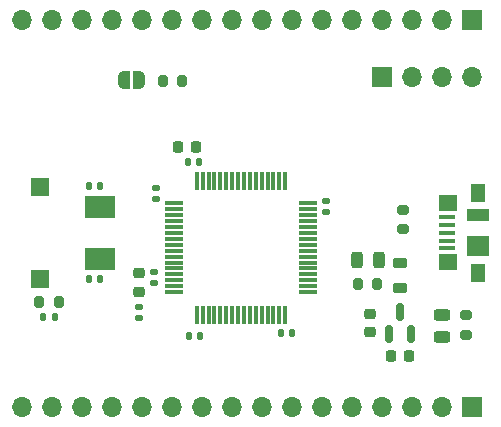
<source format=gbr>
%TF.GenerationSoftware,KiCad,Pcbnew,(6.0.9)*%
%TF.CreationDate,2022-11-25T11:21:21+01:00*%
%TF.ProjectId,stmf303re_eval_board,73746d66-3330-4337-9265-5f6576616c5f,rev?*%
%TF.SameCoordinates,Original*%
%TF.FileFunction,Soldermask,Top*%
%TF.FilePolarity,Negative*%
%FSLAX46Y46*%
G04 Gerber Fmt 4.6, Leading zero omitted, Abs format (unit mm)*
G04 Created by KiCad (PCBNEW (6.0.9)) date 2022-11-25 11:21:21*
%MOMM*%
%LPD*%
G01*
G04 APERTURE LIST*
G04 Aperture macros list*
%AMRoundRect*
0 Rectangle with rounded corners*
0 $1 Rounding radius*
0 $2 $3 $4 $5 $6 $7 $8 $9 X,Y pos of 4 corners*
0 Add a 4 corners polygon primitive as box body*
4,1,4,$2,$3,$4,$5,$6,$7,$8,$9,$2,$3,0*
0 Add four circle primitives for the rounded corners*
1,1,$1+$1,$2,$3*
1,1,$1+$1,$4,$5*
1,1,$1+$1,$6,$7*
1,1,$1+$1,$8,$9*
0 Add four rect primitives between the rounded corners*
20,1,$1+$1,$2,$3,$4,$5,0*
20,1,$1+$1,$4,$5,$6,$7,0*
20,1,$1+$1,$6,$7,$8,$9,0*
20,1,$1+$1,$8,$9,$2,$3,0*%
%AMFreePoly0*
4,1,22,0.500000,-0.750000,0.000000,-0.750000,0.000000,-0.745033,-0.079941,-0.743568,-0.215256,-0.701293,-0.333266,-0.622738,-0.424486,-0.514219,-0.481581,-0.384460,-0.499164,-0.250000,-0.500000,-0.250000,-0.500000,0.250000,-0.499164,0.250000,-0.499963,0.256109,-0.478152,0.396186,-0.417904,0.524511,-0.324060,0.630769,-0.204165,0.706417,-0.067858,0.745374,0.000000,0.744959,0.000000,0.750000,
0.500000,0.750000,0.500000,-0.750000,0.500000,-0.750000,$1*%
%AMFreePoly1*
4,1,20,0.000000,0.744959,0.073905,0.744508,0.209726,0.703889,0.328688,0.626782,0.421226,0.519385,0.479903,0.390333,0.500000,0.250000,0.500000,-0.250000,0.499851,-0.262216,0.476331,-0.402017,0.414519,-0.529596,0.319384,-0.634700,0.198574,-0.708877,0.061801,-0.746166,0.000000,-0.745033,0.000000,-0.750000,-0.500000,-0.750000,-0.500000,0.750000,0.000000,0.750000,0.000000,0.744959,
0.000000,0.744959,$1*%
G04 Aperture macros list end*
%ADD10R,2.500000X1.900000*%
%ADD11R,1.700000X1.700000*%
%ADD12O,1.700000X1.700000*%
%ADD13RoundRect,0.140000X0.140000X0.170000X-0.140000X0.170000X-0.140000X-0.170000X0.140000X-0.170000X0*%
%ADD14RoundRect,0.225000X0.250000X-0.225000X0.250000X0.225000X-0.250000X0.225000X-0.250000X-0.225000X0*%
%ADD15RoundRect,0.225000X-0.225000X-0.250000X0.225000X-0.250000X0.225000X0.250000X-0.225000X0.250000X0*%
%ADD16RoundRect,0.140000X-0.170000X0.140000X-0.170000X-0.140000X0.170000X-0.140000X0.170000X0.140000X0*%
%ADD17RoundRect,0.200000X0.200000X0.275000X-0.200000X0.275000X-0.200000X-0.275000X0.200000X-0.275000X0*%
%ADD18RoundRect,0.200000X-0.275000X0.200000X-0.275000X-0.200000X0.275000X-0.200000X0.275000X0.200000X0*%
%ADD19RoundRect,0.140000X0.170000X-0.140000X0.170000X0.140000X-0.170000X0.140000X-0.170000X-0.140000X0*%
%ADD20FreePoly0,180.000000*%
%ADD21FreePoly1,180.000000*%
%ADD22RoundRect,0.200000X-0.200000X-0.275000X0.200000X-0.275000X0.200000X0.275000X-0.200000X0.275000X0*%
%ADD23RoundRect,0.243750X0.243750X0.456250X-0.243750X0.456250X-0.243750X-0.456250X0.243750X-0.456250X0*%
%ADD24RoundRect,0.225000X0.225000X0.250000X-0.225000X0.250000X-0.225000X-0.250000X0.225000X-0.250000X0*%
%ADD25RoundRect,0.140000X-0.140000X-0.170000X0.140000X-0.170000X0.140000X0.170000X-0.140000X0.170000X0*%
%ADD26R,1.380000X0.450000*%
%ADD27R,1.900000X1.800000*%
%ADD28R,1.300000X1.650000*%
%ADD29R,1.550000X1.425000*%
%ADD30R,1.900000X1.000000*%
%ADD31RoundRect,0.218750X-0.381250X0.218750X-0.381250X-0.218750X0.381250X-0.218750X0.381250X0.218750X0*%
%ADD32RoundRect,0.150000X0.150000X-0.587500X0.150000X0.587500X-0.150000X0.587500X-0.150000X-0.587500X0*%
%ADD33RoundRect,0.075000X-0.700000X-0.075000X0.700000X-0.075000X0.700000X0.075000X-0.700000X0.075000X0*%
%ADD34RoundRect,0.075000X-0.075000X-0.700000X0.075000X-0.700000X0.075000X0.700000X-0.075000X0.700000X0*%
%ADD35RoundRect,0.243750X-0.456250X0.243750X-0.456250X-0.243750X0.456250X-0.243750X0.456250X0.243750X0*%
%ADD36RoundRect,0.225000X-0.250000X0.225000X-0.250000X-0.225000X0.250000X-0.225000X0.250000X0.225000X0*%
%ADD37R,1.500000X1.500000*%
%ADD38RoundRect,0.147500X0.172500X-0.147500X0.172500X0.147500X-0.172500X0.147500X-0.172500X-0.147500X0*%
G04 APERTURE END LIST*
D10*
%TO.C,Y1*%
X139700000Y-76540000D03*
X139700000Y-80940000D03*
%TD*%
D11*
%TO.C,J4*%
X171196000Y-60706000D03*
D12*
X168656000Y-60706000D03*
X166116000Y-60706000D03*
X163576000Y-60706000D03*
X161036000Y-60706000D03*
X158496000Y-60706000D03*
X155956000Y-60706000D03*
X153416000Y-60706000D03*
X150876000Y-60706000D03*
X148336000Y-60706000D03*
X145796000Y-60706000D03*
X143256000Y-60706000D03*
X140716000Y-60706000D03*
X138176000Y-60706000D03*
X135636000Y-60706000D03*
X133096000Y-60706000D03*
%TD*%
D11*
%TO.C,J3*%
X171196000Y-93472000D03*
D12*
X168656000Y-93472000D03*
X166116000Y-93472000D03*
X163576000Y-93472000D03*
X161036000Y-93472000D03*
X158496000Y-93472000D03*
X155956000Y-93472000D03*
X153416000Y-93472000D03*
X150876000Y-93472000D03*
X148336000Y-93472000D03*
X145796000Y-93472000D03*
X143256000Y-93472000D03*
X140716000Y-93472000D03*
X138176000Y-93472000D03*
X135636000Y-93472000D03*
X133096000Y-93472000D03*
%TD*%
D13*
%TO.C,C10*%
X139717258Y-74784204D03*
X138757258Y-74784204D03*
%TD*%
D14*
%TO.C,C5*%
X143002000Y-83712500D03*
X143002000Y-82162500D03*
%TD*%
D15*
%TO.C,C1*%
X146291000Y-71509933D03*
X147841000Y-71509933D03*
%TD*%
D16*
%TO.C,C2*%
X158871524Y-76026704D03*
X158871524Y-76986704D03*
%TD*%
D11*
%TO.C,J1*%
X163576000Y-65532000D03*
D12*
X166116000Y-65532000D03*
X168656000Y-65532000D03*
X171196000Y-65532000D03*
%TD*%
D17*
%TO.C,R2*%
X146659600Y-65887600D03*
X145009600Y-65887600D03*
%TD*%
D18*
%TO.C,R5*%
X170688000Y-85725000D03*
X170688000Y-87375000D03*
%TD*%
D19*
%TO.C,C6*%
X144403118Y-75897878D03*
X144403118Y-74937878D03*
%TD*%
D20*
%TO.C,JP1*%
X143042400Y-65836800D03*
D21*
X141742400Y-65836800D03*
%TD*%
D22*
%TO.C,R4*%
X161544000Y-83058000D03*
X163194000Y-83058000D03*
%TD*%
D23*
%TO.C,D1*%
X163306500Y-81026000D03*
X161431500Y-81026000D03*
%TD*%
D24*
%TO.C,C13*%
X165875000Y-89154000D03*
X164325000Y-89154000D03*
%TD*%
D13*
%TO.C,C8*%
X155998823Y-87263717D03*
X155038823Y-87263717D03*
%TD*%
D18*
%TO.C,R3*%
X165313165Y-76801822D03*
X165313165Y-78451822D03*
%TD*%
D13*
%TO.C,C11*%
X139699140Y-82681118D03*
X138739140Y-82681118D03*
%TD*%
%TO.C,C3*%
X148206400Y-87477600D03*
X147246400Y-87477600D03*
%TD*%
D25*
%TO.C,C4*%
X134902000Y-85852000D03*
X135862000Y-85852000D03*
%TD*%
D26*
%TO.C,J2*%
X169082600Y-80045000D03*
X169082600Y-79395000D03*
X169082600Y-78745000D03*
X169082600Y-78095000D03*
X169082600Y-77445000D03*
D27*
X171742600Y-79895000D03*
D28*
X171742600Y-82120000D03*
X171742600Y-75370000D03*
D29*
X169167600Y-76257500D03*
D30*
X171742600Y-77195000D03*
D29*
X169167600Y-81232500D03*
%TD*%
D31*
%TO.C,FB1*%
X165100000Y-81280000D03*
X165100000Y-83405000D03*
%TD*%
D25*
%TO.C,C9*%
X147141269Y-72770023D03*
X148101269Y-72770023D03*
%TD*%
D32*
%TO.C,U2*%
X164150000Y-87297500D03*
X166050000Y-87297500D03*
X165100000Y-85422500D03*
%TD*%
D33*
%TO.C,U1*%
X145963000Y-76260000D03*
X145963000Y-76760000D03*
X145963000Y-77260000D03*
X145963000Y-77760000D03*
X145963000Y-78260000D03*
X145963000Y-78760000D03*
X145963000Y-79260000D03*
X145963000Y-79760000D03*
X145963000Y-80260000D03*
X145963000Y-80760000D03*
X145963000Y-81260000D03*
X145963000Y-81760000D03*
X145963000Y-82260000D03*
X145963000Y-82760000D03*
X145963000Y-83260000D03*
X145963000Y-83760000D03*
D34*
X147888000Y-85685000D03*
X148388000Y-85685000D03*
X148888000Y-85685000D03*
X149388000Y-85685000D03*
X149888000Y-85685000D03*
X150388000Y-85685000D03*
X150888000Y-85685000D03*
X151388000Y-85685000D03*
X151888000Y-85685000D03*
X152388000Y-85685000D03*
X152888000Y-85685000D03*
X153388000Y-85685000D03*
X153888000Y-85685000D03*
X154388000Y-85685000D03*
X154888000Y-85685000D03*
X155388000Y-85685000D03*
D33*
X157313000Y-83760000D03*
X157313000Y-83260000D03*
X157313000Y-82760000D03*
X157313000Y-82260000D03*
X157313000Y-81760000D03*
X157313000Y-81260000D03*
X157313000Y-80760000D03*
X157313000Y-80260000D03*
X157313000Y-79760000D03*
X157313000Y-79260000D03*
X157313000Y-78760000D03*
X157313000Y-78260000D03*
X157313000Y-77760000D03*
X157313000Y-77260000D03*
X157313000Y-76760000D03*
X157313000Y-76260000D03*
D34*
X155388000Y-74335000D03*
X154888000Y-74335000D03*
X154388000Y-74335000D03*
X153888000Y-74335000D03*
X153388000Y-74335000D03*
X152888000Y-74335000D03*
X152388000Y-74335000D03*
X151888000Y-74335000D03*
X151388000Y-74335000D03*
X150888000Y-74335000D03*
X150388000Y-74335000D03*
X149888000Y-74335000D03*
X149388000Y-74335000D03*
X148888000Y-74335000D03*
X148388000Y-74335000D03*
X147888000Y-74335000D03*
%TD*%
D35*
%TO.C,D2*%
X168656000Y-85676500D03*
X168656000Y-87551500D03*
%TD*%
D19*
%TO.C,C7*%
X144272000Y-83030000D03*
X144272000Y-82070000D03*
%TD*%
D36*
%TO.C,C12*%
X162560000Y-85585000D03*
X162560000Y-87135000D03*
%TD*%
D22*
%TO.C,R1*%
X134557000Y-84582000D03*
X136207000Y-84582000D03*
%TD*%
D37*
%TO.C,SW1*%
X134620000Y-74840000D03*
X134620000Y-82640000D03*
%TD*%
D38*
%TO.C,L1*%
X143002000Y-85962500D03*
X143002000Y-84992500D03*
%TD*%
M02*

</source>
